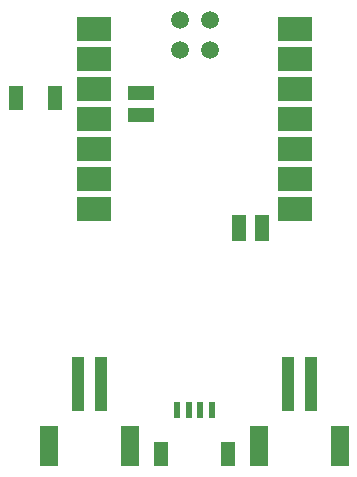
<source format=gtp>
G04 #@! TF.GenerationSoftware,KiCad,Pcbnew,7.0.11-2.fc39*
G04 #@! TF.CreationDate,2024-03-24T03:41:49+08:00*
G04 #@! TF.ProjectId,ikoka-nano-meshtastic-device,696b6f6b-612d-46e6-916e-6f2d6d657368,1.1*
G04 #@! TF.SameCoordinates,Original*
G04 #@! TF.FileFunction,Paste,Top*
G04 #@! TF.FilePolarity,Positive*
%FSLAX46Y46*%
G04 Gerber Fmt 4.6, Leading zero omitted, Abs format (unit mm)*
G04 Created by KiCad (PCBNEW 7.0.11-2.fc39) date 2024-03-24 03:41:49*
%MOMM*%
%LPD*%
G01*
G04 APERTURE LIST*
%ADD10R,1.270000X2.032000*%
%ADD11R,1.000000X4.600000*%
%ADD12R,1.600000X3.400000*%
%ADD13R,3.000000X2.000000*%
%ADD14C,1.500000*%
%ADD15R,1.300000X2.300000*%
%ADD16R,2.300000X1.300000*%
%ADD17R,0.600000X1.350000*%
%ADD18R,1.200000X2.000000*%
G04 APERTURE END LIST*
D10*
X137287000Y-90170000D03*
X140589000Y-90170000D03*
D11*
X144510000Y-114410000D03*
X142510000Y-114410000D03*
D12*
X146910000Y-119610000D03*
X140110000Y-119610000D03*
D11*
X162290000Y-114410000D03*
X160290000Y-114410000D03*
D12*
X164690000Y-119610000D03*
X157890000Y-119610000D03*
D13*
X143900000Y-84328000D03*
X143900000Y-86868000D03*
X143900000Y-89408000D03*
X143900000Y-91948000D03*
X143900000Y-94488000D03*
X143900000Y-97028000D03*
X143900000Y-99568000D03*
X160900000Y-99568000D03*
X160900000Y-97028000D03*
X160900000Y-94488000D03*
X160900000Y-91948000D03*
X160900000Y-89408000D03*
X160900000Y-86868000D03*
X160900000Y-84328000D03*
D14*
X151130000Y-83558000D03*
X153670000Y-83558000D03*
X151130000Y-86098000D03*
X153670000Y-86098000D03*
D15*
X156200000Y-101198000D03*
X158100000Y-101198000D03*
D16*
X147900000Y-89748000D03*
X147900000Y-91648000D03*
D17*
X150900000Y-116629000D03*
X151900000Y-116629000D03*
X152900000Y-116629000D03*
X153900000Y-116629000D03*
D18*
X155200000Y-120304000D03*
X149600000Y-120304000D03*
M02*

</source>
